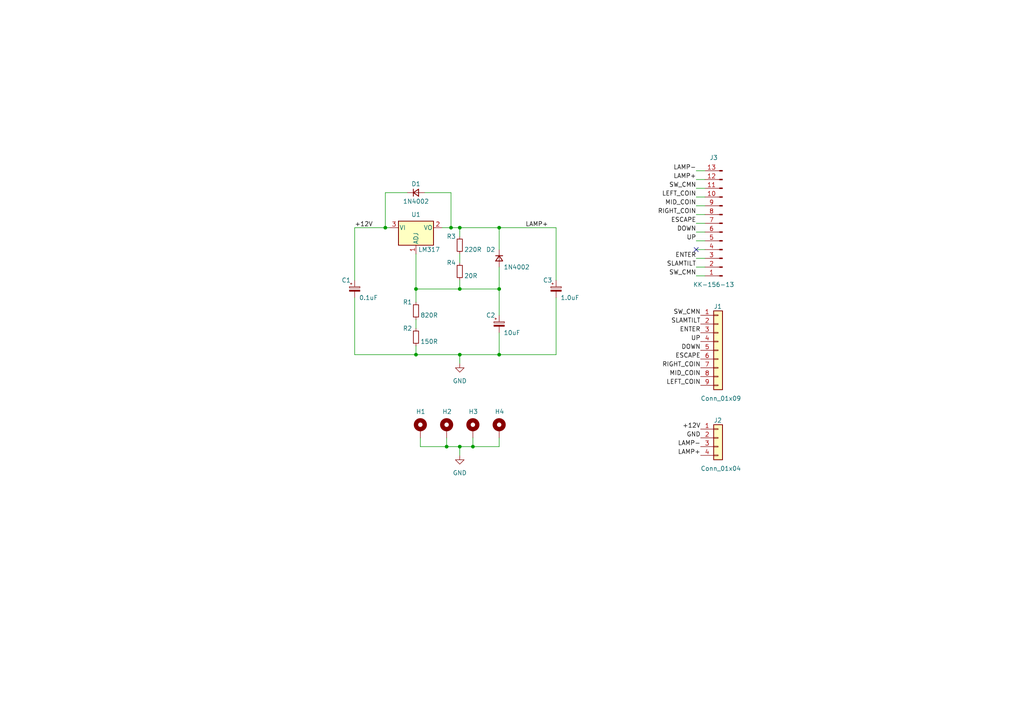
<source format=kicad_sch>
(kicad_sch (version 20230121) (generator eeschema)
  (paper "A4")
  (title_block (title "Williams Bally Coin Door Connector") (date "2024-01-02") (rev "1.0") (company "Binary Solo") (comment 1 "www.binarysolo.co.uk") (comment 2 "Original copyright: Michael Roberts - www.mjrnet.org"))
  (lib_symbols
    (symbol "Connector:Conn_01x13_Pin" (pin_names (offset 1.016) hide)
      (property "Reference" "J" (at 0 17.78 0))
      (property "Value" "Conn_01x13_Pin" (at 0 -17.78 0))
      (symbol "Conn_01x13_Pin_1_1"
        (polyline (pts (xy 1.27 -15.24) (xy 0.8636 -15.24)) (stroke (width 0.1524)))
        (polyline (pts (xy 1.27 -12.7) (xy 0.8636 -12.7)) (stroke (width 0.1524)))
        (polyline (pts (xy 1.27 -10.16) (xy 0.8636 -10.16)) (stroke (width 0.1524)))
        (polyline (pts (xy 1.27 -7.62) (xy 0.8636 -7.62)) (stroke (width 0.1524)))
        (polyline (pts (xy 1.27 -5.08) (xy 0.8636 -5.08)) (stroke (width 0.1524)))
        (polyline (pts (xy 1.27 -2.54) (xy 0.8636 -2.54)) (stroke (width 0.1524)))
        (polyline (pts (xy 1.27 0) (xy 0.8636 0)) (stroke (width 0.1524)))
        (polyline (pts (xy 1.27 2.54) (xy 0.8636 2.54)) (stroke (width 0.1524)))
        (polyline (pts (xy 1.27 5.08) (xy 0.8636 5.08)) (stroke (width 0.1524)))
        (polyline (pts (xy 1.27 7.62) (xy 0.8636 7.62)) (stroke (width 0.1524)))
        (polyline (pts (xy 1.27 10.16) (xy 0.8636 10.16)) (stroke (width 0.1524)))
        (polyline (pts (xy 1.27 12.7) (xy 0.8636 12.7)) (stroke (width 0.1524)))
        (polyline (pts (xy 1.27 15.24) (xy 0.8636 15.24)) (stroke (width 0.1524)))
        (rectangle (start 0.8636 -15.113) (end 0 -15.367) (stroke (width 0.1524)) (fill (type outline)))
        (rectangle (start 0.8636 -12.573) (end 0 -12.827) (stroke (width 0.1524)) (fill (type outline)))
        (rectangle (start 0.8636 -10.033) (end 0 -10.287) (stroke (width 0.1524)) (fill (type outline)))
        (rectangle (start 0.8636 -7.493) (end 0 -7.747) (stroke (width 0.1524)) (fill (type outline)))
        (rectangle (start 0.8636 -4.953) (end 0 -5.207) (stroke (width 0.1524)) (fill (type outline)))
        (rectangle (start 0.8636 -2.413) (end 0 -2.667) (stroke (width 0.1524)) (fill (type outline)))
        (rectangle (start 0.8636 0.127) (end 0 -0.127) (stroke (width 0.1524)) (fill (type outline)))
        (rectangle (start 0.8636 2.667) (end 0 2.413) (stroke (width 0.1524)) (fill (type outline)))
        (rectangle (start 0.8636 5.207) (end 0 4.953) (stroke (width 0.1524)) (fill (type outline)))
        (rectangle (start 0.8636 7.747) (end 0 7.493) (stroke (width 0.1524)) (fill (type outline)))
        (rectangle (start 0.8636 10.287) (end 0 10.033) (stroke (width 0.1524)) (fill (type outline)))
        (rectangle (start 0.8636 12.827) (end 0 12.573) (stroke (width 0.1524)) (fill (type outline)))
        (rectangle (start 0.8636 15.367) (end 0 15.113) (stroke (width 0.1524)) (fill (type outline)))
        (pin passive line (at 5.08 15.24 180) (length 3.81) (name "Pin_1") (number "1"))
        (pin passive line (at 5.08 -7.62 180) (length 3.81) (name "Pin_10") (number "10"))
        (pin passive line (at 5.08 -10.16 180) (length 3.81) (name "Pin_11") (number "11"))
        (pin passive line (at 5.08 -12.7 180) (length 3.81) (name "Pin_12") (number "12"))
        (pin passive line (at 5.08 -15.24 180) (length 3.81) (name "Pin_13") (number "13"))
        (pin passive line (at 5.08 12.7 180) (length 3.81) (name "Pin_2") (number "2"))
        (pin passive line (at 5.08 10.16 180) (length 3.81) (name "Pin_3") (number "3"))
        (pin passive line (at 5.08 7.62 180) (length 3.81) (name "Pin_4") (number "4"))
        (pin passive line (at 5.08 5.08 180) (length 3.81) (name "Pin_5") (number "5"))
        (pin passive line (at 5.08 2.54 180) (length 3.81) (name "Pin_6") (number "6"))
        (pin passive line (at 5.08 0 180) (length 3.81) (name "Pin_7") (number "7"))
        (pin passive line (at 5.08 -2.54 180) (length 3.81) (name "Pin_8") (number "8"))
        (pin passive line (at 5.08 -5.08 180) (length 3.81) (name "Pin_9") (number "9"))
      )
    )
    (symbol "Connector_Generic:Conn_01x04" (pin_names (offset 1.016) hide)
      (property "Reference" "J" (at 0 5.08 0))
      (property "Value" "Conn_01x04" (at 0 -7.62 0))
      (symbol "Conn_01x04_1_1"
        (rectangle (start -1.27 -4.953) (end 0 -5.207) (stroke (width 0.1524)))
        (rectangle (start -1.27 -2.413) (end 0 -2.667) (stroke (width 0.1524)))
        (rectangle (start -1.27 0.127) (end 0 -0.127) (stroke (width 0.1524)))
        (rectangle (start -1.27 2.667) (end 0 2.413) (stroke (width 0.1524)))
        (rectangle (start -1.27 3.81) (end 1.27 -6.35) (stroke (width 0.254)) (fill (type background)))
        (pin passive line (at -5.08 2.54 0) (length 3.81) (name "Pin_1") (number "1"))
        (pin passive line (at -5.08 0 0) (length 3.81) (name "Pin_2") (number "2"))
        (pin passive line (at -5.08 -2.54 0) (length 3.81) (name "Pin_3") (number "3"))
        (pin passive line (at -5.08 -5.08 0) (length 3.81) (name "Pin_4") (number "4"))
      )
    )
    (symbol "Connector_Generic:Conn_01x09" (pin_names (offset 1.016) hide)
      (property "Reference" "J" (at 0 12.7 0))
      (property "Value" "Conn_01x09" (at 0 -12.7 0))
      (symbol "Conn_01x09_1_1"
        (rectangle (start -1.27 -10.033) (end 0 -10.287) (stroke (width 0.1524)))
        (rectangle (start -1.27 -7.493) (end 0 -7.747) (stroke (width 0.1524)))
        (rectangle (start -1.27 -4.953) (end 0 -5.207) (stroke (width 0.1524)))
        (rectangle (start -1.27 -2.413) (end 0 -2.667) (stroke (width 0.1524)))
        (rectangle (start -1.27 0.127) (end 0 -0.127) (stroke (width 0.1524)))
        (rectangle (start -1.27 2.667) (end 0 2.413) (stroke (width 0.1524)))
        (rectangle (start -1.27 5.207) (end 0 4.953) (stroke (width 0.1524)))
        (rectangle (start -1.27 7.747) (end 0 7.493) (stroke (width 0.1524)))
        (rectangle (start -1.27 10.287) (end 0 10.033) (stroke (width 0.1524)))
        (rectangle (start -1.27 11.43) (end 1.27 -11.43) (stroke (width 0.254)) (fill (type background)))
        (pin passive line (at -5.08 10.16 0) (length 3.81) (name "Pin_1") (number "1"))
        (pin passive line (at -5.08 7.62 0) (length 3.81) (name "Pin_2") (number "2"))
        (pin passive line (at -5.08 5.08 0) (length 3.81) (name "Pin_3") (number "3"))
        (pin passive line (at -5.08 2.54 0) (length 3.81) (name "Pin_4") (number "4"))
        (pin passive line (at -5.08 0 0) (length 3.81) (name "Pin_5") (number "5"))
        (pin passive line (at -5.08 -2.54 0) (length 3.81) (name "Pin_6") (number "6"))
        (pin passive line (at -5.08 -5.08 0) (length 3.81) (name "Pin_7") (number "7"))
        (pin passive line (at -5.08 -7.62 0) (length 3.81) (name "Pin_8") (number "8"))
        (pin passive line (at -5.08 -10.16 0) (length 3.81) (name "Pin_9") (number "9"))
      )
    )
    (symbol "Device:C_Polarized_Small" (pin_numbers hide) (pin_names (offset 0.254) hide)
      (property "Reference" "C" (at 0.254 1.778 0))
      (property "Value" "C_Polarized_Small" (at 0.254 -2.032 0))
      (symbol "C_Polarized_Small_0_1"
        (rectangle (start -1.524 -0.3048) (end 1.524 -0.6858) (fill (type outline)))
        (rectangle (start -1.524 0.6858) (end 1.524 0.3048))
        (polyline (pts (xy -1.27 1.524) (xy -0.762 1.524)))
        (polyline (pts (xy -1.016 1.27) (xy -1.016 1.778)))
      )
      (symbol "C_Polarized_Small_1_1"
        (pin passive line (at 0 2.54 270) (length 1.8542) (name "~") (number "1"))
        (pin passive line (at 0 -2.54 90) (length 1.8542) (name "~") (number "2"))
      )
    )
    (symbol "Device:D_Small" (pin_numbers hide) (pin_names (offset 0.254) hide)
      (property "Reference" "D" (at -1.27 2.032 0))
      (property "Value" "D_Small" (at -3.81 -2.032 0))
      (symbol "D_Small_0_1"
        (polyline (pts (xy -0.762 -1.016) (xy -0.762 1.016)) (stroke (width 0.254)))
        (polyline (pts (xy -0.762 0) (xy 0.762 0)))
        (polyline (pts (xy 0.762 -1.016) (xy -0.762 0) (xy 0.762 1.016) (xy 0.762 -1.016)) (stroke (width 0.254)))
      )
      (symbol "D_Small_1_1"
        (pin passive line (at -2.54 0 0) (length 1.778) (name "K") (number "1"))
        (pin passive line (at 2.54 0 180) (length 1.778) (name "A") (number "2"))
      )
    )
    (symbol "Device:R_Small" (pin_numbers hide) (pin_names (offset 0.254) hide)
      (property "Reference" "R" (at 0.762 0.508 0))
      (property "Value" "R_Small" (at 0.762 -1.016 0))
      (symbol "R_Small_0_1"
        (rectangle (start -0.762 1.778) (end 0.762 -1.778) (stroke (width 0.2032)))
      )
      (symbol "R_Small_1_1"
        (pin passive line (at 0 2.54 270) (length 0.762) (name "~") (number "1"))
        (pin passive line (at 0 -2.54 90) (length 0.762) (name "~") (number "2"))
      )
    )
    (symbol "Mechanical:MountingHole_Pad" (pin_numbers hide) (pin_names (offset 1.016) hide)
      (property "Reference" "H" (at 0 6.35 0))
      (property "Value" "MountingHole_Pad" (at 0 4.445 0))
      (symbol "MountingHole_Pad_0_1"
        (circle (center 0 1.27) (radius 1.27) (stroke (width 1.27)))
      )
      (symbol "MountingHole_Pad_1_1"
        (pin input line (at 0 -2.54 90) (length 2.54) (name "1") (number "1"))
      )
    )
    (symbol "Regulator_Linear:LM317_TO-220" (pin_names (offset 0.254))
      (property "Reference" "U" (at -3.81 3.175 0))
      (property "Value" "LM317_TO-220" (at 0 3.175 0))
      (symbol "LM317_TO-220_0_1"
        (rectangle (start -5.08 1.905) (end 5.08 -5.08) (stroke (width 0.254)) (fill (type background)))
      )
      (symbol "LM317_TO-220_1_1"
        (pin input line (at 0 -7.62 90) (length 2.54) (name "ADJ") (number "1"))
        (pin power_out line (at 7.62 0 180) (length 2.54) (name "VO") (number "2"))
        (pin power_in line (at -7.62 0 0) (length 2.54) (name "VI") (number "3"))
      )
    )
    (symbol "power:GND" (power) (pin_names (offset 0))
      (property "Value" "GND" (at 0 -3.81 0))
      (symbol "GND_0_1"
        (polyline (pts (xy 0 0) (xy 0 -1.27) (xy 1.27 -1.27) (xy 0 -2.54) (xy -1.27 -1.27) (xy 0 -1.27)))
      )
      (symbol "GND_1_1"
        (pin power_in line (at 0 0 270) (length 0) hide (name "GND") (number "1"))
      )
    )
  )
  (junction (at 129.54 129.54))
  (junction (at 133.35 102.87))
  (junction (at 111.76 66.04))
  (junction (at 120.65 83.82))
  (junction (at 133.35 129.54))
  (junction (at 137.16 129.54))
  (junction (at 144.78 102.87))
  (junction (at 133.35 66.04))
  (junction (at 120.65 102.87))
  (junction (at 133.35 83.82))
  (junction (at 144.78 83.82))
  (junction (at 144.78 66.04))
  (junction (at 130.81 66.04))
  (no_connect (at 201.93 72.39))
  (wire (pts (xy 201.93 67.31) (xy 204.47 67.31)))
  (wire (pts (xy 201.93 52.07) (xy 204.47 52.07)))
  (wire (pts (xy 129.54 127) (xy 129.54 129.54)))
  (wire (pts (xy 137.16 127) (xy 137.16 129.54)))
  (wire (pts (xy 144.78 77.47) (xy 144.78 83.82)))
  (wire (pts (xy 111.76 55.88) (xy 111.76 66.04)))
  (wire (pts (xy 201.93 77.47) (xy 204.47 77.47)))
  (wire (pts (xy 111.76 66.04) (xy 102.87 66.04)))
  (wire (pts (xy 161.29 66.04) (xy 161.29 81.28)))
  (wire (pts (xy 201.93 57.15) (xy 204.47 57.15)))
  (wire (pts (xy 137.16 129.54) (xy 144.78 129.54)))
  (wire (pts (xy 201.93 54.61) (xy 204.47 54.61)))
  (wire (pts (xy 121.92 127) (xy 121.92 129.54)))
  (wire (pts (xy 144.78 127) (xy 144.78 129.54)))
  (wire (pts (xy 161.29 86.36) (xy 161.29 102.87)))
  (wire (pts (xy 144.78 72.39) (xy 144.78 66.04)))
  (wire (pts (xy 102.87 102.87) (xy 120.65 102.87)))
  (wire (pts (xy 201.93 69.85) (xy 204.47 69.85)))
  (wire (pts (xy 118.11 55.88) (xy 111.76 55.88)))
  (wire (pts (xy 120.65 83.82) (xy 120.65 87.63)))
  (wire (pts (xy 201.93 62.23) (xy 204.47 62.23)))
  (wire (pts (xy 201.93 72.39) (xy 204.47 72.39)))
  (wire (pts (xy 133.35 73.66) (xy 133.35 76.2)))
  (wire (pts (xy 113.03 66.04) (xy 111.76 66.04)))
  (wire (pts (xy 133.35 102.87) (xy 144.78 102.87)))
  (wire (pts (xy 144.78 96.52) (xy 144.78 102.87)))
  (wire (pts (xy 201.93 49.53) (xy 204.47 49.53)))
  (wire (pts (xy 120.65 100.33) (xy 120.65 102.87)))
  (wire (pts (xy 133.35 102.87) (xy 133.35 105.41)))
  (wire (pts (xy 130.81 55.88) (xy 130.81 66.04)))
  (wire (pts (xy 102.87 66.04) (xy 102.87 81.28)))
  (wire (pts (xy 161.29 102.87) (xy 144.78 102.87)))
  (wire (pts (xy 201.93 80.01) (xy 204.47 80.01)))
  (wire (pts (xy 120.65 73.66) (xy 120.65 83.82)))
  (wire (pts (xy 102.87 86.36) (xy 102.87 102.87)))
  (wire (pts (xy 121.92 129.54) (xy 129.54 129.54)))
  (wire (pts (xy 133.35 129.54) (xy 133.35 132.08)))
  (wire (pts (xy 128.27 66.04) (xy 130.81 66.04)))
  (wire (pts (xy 120.65 102.87) (xy 133.35 102.87)))
  (wire (pts (xy 133.35 81.28) (xy 133.35 83.82)))
  (wire (pts (xy 201.93 64.77) (xy 204.47 64.77)))
  (wire (pts (xy 144.78 66.04) (xy 161.29 66.04)))
  (wire (pts (xy 123.19 55.88) (xy 130.81 55.88)))
  (wire (pts (xy 201.93 59.69) (xy 204.47 59.69)))
  (wire (pts (xy 133.35 66.04) (xy 133.35 68.58)))
  (wire (pts (xy 120.65 83.82) (xy 133.35 83.82)))
  (wire (pts (xy 133.35 83.82) (xy 144.78 83.82)))
  (wire (pts (xy 201.93 74.93) (xy 204.47 74.93)))
  (wire (pts (xy 120.65 92.71) (xy 120.65 95.25)))
  (wire (pts (xy 129.54 129.54) (xy 133.35 129.54)))
  (wire (pts (xy 144.78 83.82) (xy 144.78 91.44)))
  (wire (pts (xy 130.81 66.04) (xy 133.35 66.04)))
  (wire (pts (xy 133.35 129.54) (xy 137.16 129.54)))
  (wire (pts (xy 133.35 66.04) (xy 144.78 66.04)))
  (label "DOWN" (at 201.93 67.31 180))
  (label "LAMP-" (at 203.2 129.54 180))
  (label "LAMP+" (at 152.4 66.04 0))
  (label "MID_COIN" (at 201.93 59.69 180))
  (label "GND" (at 203.2 127 180))
  (label "LEFT_COIN" (at 203.2 111.76 180))
  (label "+12V" (at 102.87 66.04 0))
  (label "SW_CMN" (at 201.93 54.61 180))
  (label "LAMP-" (at 201.93 49.53 180))
  (label "SW_CMN" (at 203.2 91.44 180))
  (label "LAMP+" (at 203.2 132.08 180))
  (label "UP" (at 203.2 99.06 180))
  (label "ENTER" (at 203.2 96.52 180))
  (label "ESCAPE" (at 201.93 64.77 180))
  (label "SW_CMN" (at 201.93 80.01 180))
  (label "SLAMTILT" (at 201.93 77.47 180))
  (label "MID_COIN" (at 203.2 109.22 180))
  (label "UP" (at 201.93 69.85 180))
  (label "DOWN" (at 203.2 101.6 180))
  (label "ESCAPE" (at 203.2 104.14 180))
  (label "ENTER" (at 201.93 74.93 180))
  (label "LAMP+" (at 201.93 52.07 180))
  (label "+12V" (at 203.2 124.46 180))
  (label "SLAMTILT" (at 203.2 93.98 180))
  (label "LEFT_COIN" (at 201.93 57.15 180))
  (label "RIGHT_COIN" (at 203.2 106.68 180))
  (label "RIGHT_COIN" (at 201.93 62.23 180))
  (symbol (lib_id "Regulator_Linear:LM317_TO-220") (at 120.65 66.04 0) (unit 1)
    (property "Reference" "U1" (at 120.65 62.23 0))
    (property "Value" "LM317" (at 124.46 72.39 0))
    (property "Footprint" "Package_TO_SOT_THT:TO-220-3_Vertical" (effects hide))
    (property "Datasheet" "http://www.ti.com/lit/ds/symlink/lm317.pdf" (effects hide))
  )
  (symbol (lib_id "Device:D_Small") (at 120.65 55.88 0) (unit 1)
    (property "Reference" "D1" (at 120.65 53.34 0))
    (property "Value" "1N4002" (at 120.65 58.42 0))
    (property "Footprint" "Diode_THT:D_DO-41_SOD81_P10.16mm_Horizontal" (effects hide))
    (property "Sim.Device" "D" (effects hide))
    (property "Sim.Pins" "1=K 2=A" (effects hide))
  )
  (symbol (lib_id "Device:R_Small") (at 120.65 97.79 0) (unit 1)
    (property "Reference" "R2" (at 116.84 95.25 0) (effects (justify left)))
    (property "Value" "150R" (at 121.92 99.06 0) (effects (justify left)))
    (property "Footprint" "Resistor_THT:R_Axial_DIN0207_L6.3mm_D2.5mm_P10.16mm_Horizontal" (effects hide))
  )
  (symbol (lib_id "Connector_Generic:Conn_01x04") (at 208.28 127 0) (unit 1)
    (property "Reference" "J2" (at 207.01 121.92 0) (effects (justify left)))
    (property "Value" "Conn_01x04" (at 203.2 135.89 0) (effects (justify left)))
    (property "Footprint" "TerminalBlock_RND:TerminalBlock_RND_205-00047_1x04_P5.00mm_Horizontal" (effects hide))
  )
  (symbol (lib_id "Device:R_Small") (at 133.35 78.74 0) (unit 1)
    (property "Reference" "R4" (at 129.54 76.2 0) (effects (justify left)))
    (property "Value" "20R" (at 134.62 80.01 0) (effects (justify left)))
    (property "Footprint" "Resistor_THT:R_Axial_DIN0207_L6.3mm_D2.5mm_P10.16mm_Horizontal" (effects hide))
  )
  (symbol (lib_id "Device:C_Polarized_Small") (at 102.87 83.82 0) (unit 1)
    (property "Reference" "C1" (at 99.06 81.28 0) (effects (justify left)))
    (property "Value" "0.1uF" (at 104.14 86.36 0) (effects (justify left)))
    (property "Footprint" "Capacitor_THT:CP_Radial_D5.0mm_P2.00mm" (effects hide))
  )
  (symbol (lib_id "Connector:Conn_01x13_Pin") (at 209.55 64.77 180) (unit 1)
    (property "Reference" "J3" (at 207.01 45.72 0))
    (property "Value" "KK-156-13" (at 207.01 82.55 0))
    (property "Footprint" "Connector_Molex:Molex_KK-396_A-41791-0013_1x13_P3.96mm_Vertical" (effects hide))
  )
  (symbol (lib_id "Mechanical:MountingHole_Pad") (at 121.92 124.46 0) (unit 1)
    (property "Reference" "H1" (at 120.65 119.38 0) (effects (justify left)))
    (property "Value" "MountingHole_Pad" (effects hide))
    (property "Footprint" "MountingHole:MountingHole_3.2mm_M3_DIN965_Pad" (effects hide))
  )
  (symbol (lib_id "Device:C_Polarized_Small") (at 161.29 83.82 0) (unit 1)
    (property "Reference" "C3" (at 157.48 81.28 0) (effects (justify left)))
    (property "Value" "1.0uF" (at 162.56 86.36 0) (effects (justify left)))
    (property "Footprint" "Capacitor_THT:CP_Radial_D5.0mm_P2.00mm" (effects hide))
  )
  (symbol (lib_id "Device:R_Small") (at 120.65 90.17 0) (unit 1)
    (property "Reference" "R1" (at 116.84 87.63 0) (effects (justify left)))
    (property "Value" "820R" (at 121.92 91.44 0) (effects (justify left)))
    (property "Footprint" "Resistor_THT:R_Axial_DIN0207_L6.3mm_D2.5mm_P10.16mm_Horizontal" (effects hide))
  )
  (symbol (lib_id "Connector_Generic:Conn_01x09") (at 208.28 101.6 0) (unit 1)
    (property "Reference" "J1" (at 207.01 88.9 0) (effects (justify left)))
    (property "Value" "Conn_01x09" (at 203.2 115.57 0) (effects (justify left)))
    (property "Footprint" "Connector_PinHeader_2.54mm:PinHeader_1x09_P2.54mm_Vertical" (effects hide))
  )
  (symbol (lib_id "Mechanical:MountingHole_Pad") (at 144.78 124.46 0) (unit 1)
    (property "Reference" "H4" (at 143.51 119.38 0) (effects (justify left)))
    (property "Value" "MountingHole_Pad" (effects hide))
    (property "Footprint" "MountingHole:MountingHole_3.2mm_M3_DIN965_Pad" (effects hide))
  )
  (symbol (lib_id "power:GND") (at 133.35 105.41 0) (unit 1)
    (property "Reference" "#PWR01" (effects hide))
    (property "Value" "GND" (at 133.35 110.49 0))
  )
  (symbol (lib_id "Mechanical:MountingHole_Pad") (at 137.16 124.46 0) (unit 1)
    (property "Reference" "H3" (at 135.89 119.38 0) (effects (justify left)))
    (property "Value" "MountingHole_Pad" (effects hide))
    (property "Footprint" "MountingHole:MountingHole_3.2mm_M3_DIN965_Pad" (effects hide))
  )
  (symbol (lib_id "Device:D_Small") (at 144.78 74.93 270) (unit 1)
    (property "Reference" "D2" (at 140.97 72.39 90) (effects (justify left)))
    (property "Value" "1N4002" (at 146.05 77.47 90) (effects (justify left)))
    (property "Footprint" "Diode_THT:D_DO-41_SOD81_P10.16mm_Horizontal" (effects hide))
    (property "Sim.Device" "D" (effects hide))
    (property "Sim.Pins" "1=K 2=A" (effects hide))
  )
  (symbol (lib_id "Mechanical:MountingHole_Pad") (at 129.54 124.46 0) (unit 1)
    (property "Reference" "H2" (at 128.27 119.38 0) (effects (justify left)))
    (property "Value" "MountingHole_Pad" (effects hide))
    (property "Footprint" "MountingHole:MountingHole_3.2mm_M3_DIN965_Pad" (effects hide))
  )
  (symbol (lib_id "Device:R_Small") (at 133.35 71.12 0) (unit 1)
    (property "Reference" "R3" (at 129.54 68.58 0) (effects (justify left)))
    (property "Value" "220R" (at 134.62 72.39 0) (effects (justify left)))
    (property "Footprint" "Resistor_THT:R_Axial_DIN0207_L6.3mm_D2.5mm_P10.16mm_Horizontal" (effects hide))
  )
  (symbol (lib_id "Device:C_Polarized_Small") (at 144.78 93.98 0) (unit 1)
    (property "Reference" "C2" (at 140.97 91.44 0) (effects (justify left)))
    (property "Value" "10uF" (at 146.05 96.52 0) (effects (justify left)))
    (property "Footprint" "Capacitor_THT:CP_Radial_D5.0mm_P2.00mm" (effects hide))
  )
  (symbol (lib_id "power:GND") (at 133.35 132.08 0) (unit 1)
    (property "Reference" "#PWR02" (effects hide))
    (property "Value" "GND" (at 133.35 137.16 0))
  )
)
</source>
